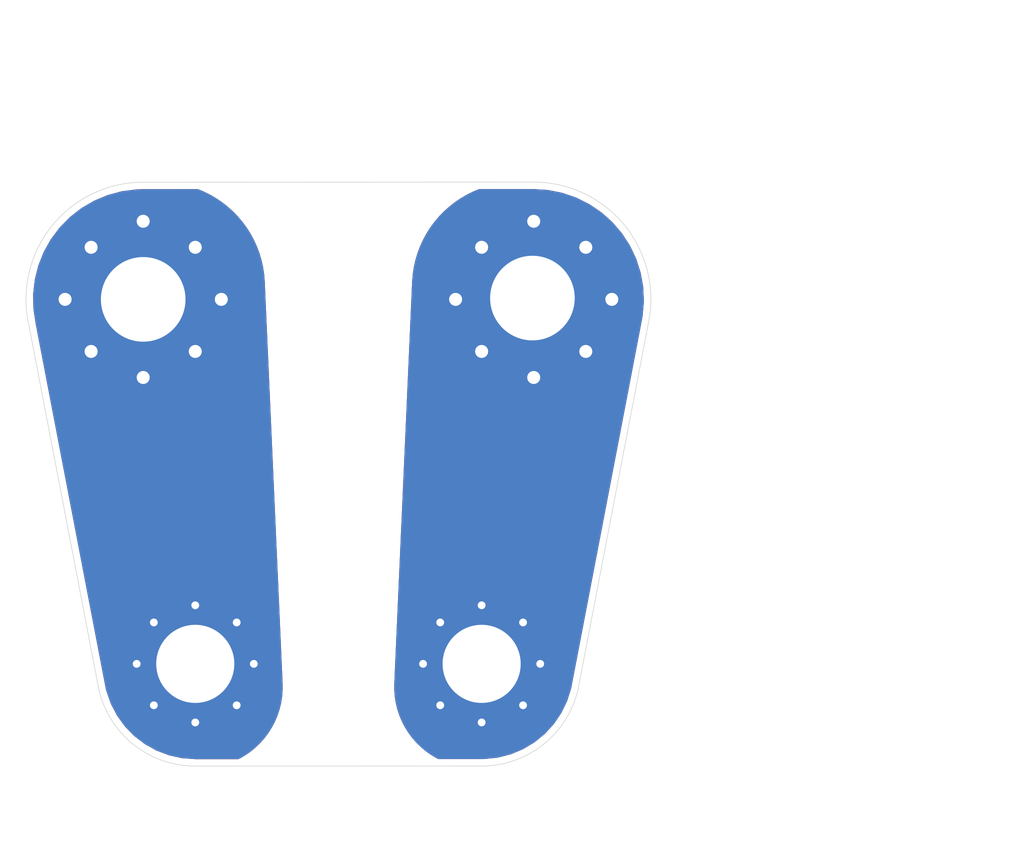
<source format=kicad_pcb>
(kicad_pcb (version 20171130) (host pcbnew 5.1.7-a382d34a8~88~ubuntu16.04.1)

  (general
    (thickness 1.6)
    (drawings 15)
    (tracks 16)
    (zones 0)
    (modules 4)
    (nets 3)
  )

  (page A4)
  (layers
    (0 F.Cu signal)
    (31 B.Cu signal)
    (32 B.Adhes user)
    (33 F.Adhes user)
    (34 B.Paste user)
    (35 F.Paste user)
    (36 B.SilkS user)
    (37 F.SilkS user)
    (38 B.Mask user)
    (39 F.Mask user)
    (40 Dwgs.User user)
    (41 Cmts.User user)
    (42 Eco1.User user)
    (43 Eco2.User user)
    (44 Edge.Cuts user)
    (45 Margin user)
    (46 B.CrtYd user hide)
    (47 F.CrtYd user hide)
    (48 B.Fab user hide)
    (49 F.Fab user hide)
  )

  (setup
    (last_trace_width 0.25)
    (trace_clearance 0.2)
    (zone_clearance 0.508)
    (zone_45_only no)
    (trace_min 0.2)
    (via_size 0.8)
    (via_drill 0.4)
    (via_min_size 0.4)
    (via_min_drill 0.3)
    (uvia_size 0.3)
    (uvia_drill 0.1)
    (uvias_allowed no)
    (uvia_min_size 0.2)
    (uvia_min_drill 0.1)
    (edge_width 0.05)
    (segment_width 0.2)
    (pcb_text_width 0.3)
    (pcb_text_size 1.5 1.5)
    (mod_edge_width 0.12)
    (mod_text_size 1 1)
    (mod_text_width 0.15)
    (pad_size 11 11)
    (pad_drill 6)
    (pad_to_mask_clearance 0)
    (aux_axis_origin 0 0)
    (visible_elements FFFFFF7F)
    (pcbplotparams
      (layerselection 0x010fc_ffffffff)
      (usegerberextensions false)
      (usegerberattributes true)
      (usegerberadvancedattributes true)
      (creategerberjobfile true)
      (excludeedgelayer true)
      (linewidth 0.100000)
      (plotframeref false)
      (viasonmask false)
      (mode 1)
      (useauxorigin false)
      (hpglpennumber 1)
      (hpglpenspeed 20)
      (hpglpendiameter 15.000000)
      (psnegative false)
      (psa4output false)
      (plotreference true)
      (plotvalue true)
      (plotinvisibletext false)
      (padsonsilk false)
      (subtractmaskfromsilk false)
      (outputformat 1)
      (mirror false)
      (drillshape 1)
      (scaleselection 1)
      (outputdirectory ""))
  )

  (net 0 "")
  (net 1 "Net-(J1-Pad1)")
  (net 2 "Net-(J2-Pad1)")

  (net_class Default "This is the default net class."
    (clearance 0.2)
    (trace_width 0.25)
    (via_dia 0.8)
    (via_drill 0.4)
    (uvia_dia 0.3)
    (uvia_drill 0.1)
    (add_net "Net-(J1-Pad1)")
    (add_net "Net-(J2-Pad1)")
  )

  (module MountingHole:MountingHole_6mm_Pad_Via (layer F.Cu) (tedit 613A5AAC) (tstamp 613BF538)
    (at 148 92 90)
    (descr "Mounting Hole 6mm")
    (tags "mounting hole 6mm")
    (path /617A1A4A)
    (attr virtual)
    (fp_text reference J4 (at 0 -7 90) (layer F.SilkS) hide
      (effects (font (size 1 1) (thickness 0.15)))
    )
    (fp_text value Conn_01x01_Female (at 0 7 90) (layer F.Fab)
      (effects (font (size 1 1) (thickness 0.15)))
    )
    (fp_text user %R (at 0.3 0 90) (layer F.Fab)
      (effects (font (size 1 1) (thickness 0.15)))
    )
    (fp_circle (center 0 0) (end 6 0) (layer Cmts.User) (width 0.15))
    (fp_circle (center 0 0) (end 6.25 0) (layer F.CrtYd) (width 0.05))
    (pad 1 thru_hole circle (at 3.181981 -3.181981 90) (size 0.9 0.9) (drill 0.6) (layers *.Cu *.Mask)
      (net 2 "Net-(J2-Pad1)"))
    (pad 1 thru_hole circle (at 0 -4.5 90) (size 0.9 0.9) (drill 0.6) (layers *.Cu *.Mask)
      (net 2 "Net-(J2-Pad1)"))
    (pad 1 thru_hole circle (at -3.181981 -3.181981 90) (size 0.9 0.9) (drill 0.6) (layers *.Cu *.Mask)
      (net 2 "Net-(J2-Pad1)"))
    (pad 1 thru_hole circle (at -4.5 0 90) (size 0.9 0.9) (drill 0.6) (layers *.Cu *.Mask)
      (net 2 "Net-(J2-Pad1)"))
    (pad 1 thru_hole circle (at -3.181981 3.181981 90) (size 0.9 0.9) (drill 0.6) (layers *.Cu *.Mask)
      (net 2 "Net-(J2-Pad1)"))
    (pad 1 thru_hole circle (at 0 4.5 90) (size 0.9 0.9) (drill 0.6) (layers *.Cu *.Mask)
      (net 2 "Net-(J2-Pad1)"))
    (pad 1 thru_hole circle (at 3.181981 3.181981 90) (size 0.9 0.9) (drill 0.6) (layers *.Cu *.Mask)
      (net 2 "Net-(J2-Pad1)"))
    (pad 1 thru_hole circle (at 4.5 0 90) (size 0.9 0.9) (drill 0.6) (layers *.Cu *.Mask)
      (net 2 "Net-(J2-Pad1)"))
    (pad 1 thru_hole circle (at 0 0 90) (size 11 11) (drill 6) (layers *.Cu *.Mask)
      (net 2 "Net-(J2-Pad1)"))
  )

  (module MountingHole:MountingHole_6mm_Pad_Via (layer F.Cu) (tedit 613A5AB5) (tstamp 613BF528)
    (at 126 92 90)
    (descr "Mounting Hole 6mm")
    (tags "mounting hole 6mm")
    (path /617A2272)
    (attr virtual)
    (fp_text reference J3 (at 0 -7 90) (layer F.SilkS) hide
      (effects (font (size 1 1) (thickness 0.15)))
    )
    (fp_text value Conn_01x01_Female (at 0 7 90) (layer F.Fab)
      (effects (font (size 1 1) (thickness 0.15)))
    )
    (fp_text user %R (at 0.3 0 90) (layer F.Fab)
      (effects (font (size 1 1) (thickness 0.15)))
    )
    (fp_circle (center 0 0) (end 6 0) (layer Cmts.User) (width 0.15))
    (fp_circle (center 0 0) (end 6.25 0) (layer F.CrtYd) (width 0.05))
    (pad 1 thru_hole circle (at 3.181981 -3.181981 90) (size 0.9 0.9) (drill 0.6) (layers *.Cu *.Mask)
      (net 1 "Net-(J1-Pad1)"))
    (pad 1 thru_hole circle (at 0 -4.5 90) (size 0.9 0.9) (drill 0.6) (layers *.Cu *.Mask)
      (net 1 "Net-(J1-Pad1)"))
    (pad 1 thru_hole circle (at -3.181981 -3.181981 90) (size 0.9 0.9) (drill 0.6) (layers *.Cu *.Mask)
      (net 1 "Net-(J1-Pad1)"))
    (pad 1 thru_hole circle (at -4.5 0 90) (size 0.9 0.9) (drill 0.6) (layers *.Cu *.Mask)
      (net 1 "Net-(J1-Pad1)"))
    (pad 1 thru_hole circle (at -3.181981 3.181981 90) (size 0.9 0.9) (drill 0.6) (layers *.Cu *.Mask)
      (net 1 "Net-(J1-Pad1)"))
    (pad 1 thru_hole circle (at 0 4.5 90) (size 0.9 0.9) (drill 0.6) (layers *.Cu *.Mask)
      (net 1 "Net-(J1-Pad1)"))
    (pad 1 thru_hole circle (at 3.181981 3.181981 90) (size 0.9 0.9) (drill 0.6) (layers *.Cu *.Mask)
      (net 1 "Net-(J1-Pad1)"))
    (pad 1 thru_hole circle (at 4.5 0 90) (size 0.9 0.9) (drill 0.6) (layers *.Cu *.Mask)
      (net 1 "Net-(J1-Pad1)"))
    (pad 1 thru_hole circle (at 0 0 90) (size 11 11) (drill 6) (layers *.Cu *.Mask)
      (net 1 "Net-(J1-Pad1)"))
  )

  (module Local:electronic_load_conn (layer F.Cu) (tedit 613A5883) (tstamp 613BF518)
    (at 152 64)
    (path /617A2BC0)
    (fp_text reference J2 (at 0 0.5) (layer F.SilkS) hide
      (effects (font (size 1 1) (thickness 0.15)))
    )
    (fp_text value Conn_01x01_Female (at 0 -0.5) (layer F.Fab) hide
      (effects (font (size 1 1) (thickness 0.15)))
    )
    (pad 1 thru_hole circle (at -0.1 -0.1) (size 16 16) (drill 6.5) (layers *.Cu *.Mask)
      (net 2 "Net-(J2-Pad1)"))
  )

  (module Local:electronic_load_conn (layer F.Cu) (tedit 613A5883) (tstamp 613BF513)
    (at 122.1 64.1)
    (path /617A325B)
    (fp_text reference J1 (at 0 0.5) (layer F.SilkS) hide
      (effects (font (size 1 1) (thickness 0.15)))
    )
    (fp_text value Conn_01x01_Female (at 0 -0.5) (layer F.Fab) hide
      (effects (font (size 1 1) (thickness 0.15)))
    )
    (pad 1 thru_hole circle (at -0.1 -0.1) (size 16 16) (drill 6.5) (layers *.Cu *.Mask)
      (net 1 "Net-(J1-Pad1)"))
  )

  (dimension 36 (width 0.15) (layer Dwgs.User)
    (gr_text "36.000 mm" (at 183.3 82 270) (layer Dwgs.User)
      (effects (font (size 1 1) (thickness 0.15)))
    )
    (feature1 (pts (xy 152 100) (xy 182.586421 100)))
    (feature2 (pts (xy 152 64) (xy 182.586421 64)))
    (crossbar (pts (xy 182 64) (xy 182 100)))
    (arrow1a (pts (xy 182 100) (xy 181.413579 98.873496)))
    (arrow1b (pts (xy 182 100) (xy 182.586421 98.873496)))
    (arrow2a (pts (xy 182 64) (xy 181.413579 65.126504)))
    (arrow2b (pts (xy 182 64) (xy 182.586421 65.126504)))
  )
  (dimension 44.85 (width 0.15) (layer Dwgs.User)
    (gr_text "44.850 mm" (at 188.3 77.425 270) (layer Dwgs.User)
      (effects (font (size 1 1) (thickness 0.15)))
    )
    (feature1 (pts (xy 137 99.85) (xy 187.586421 99.85)))
    (feature2 (pts (xy 137 55) (xy 187.586421 55)))
    (crossbar (pts (xy 187 55) (xy 187 99.85)))
    (arrow1a (pts (xy 187 99.85) (xy 186.413579 98.723496)))
    (arrow1b (pts (xy 187 99.85) (xy 187.586421 98.723496)))
    (arrow2a (pts (xy 187 55) (xy 186.413579 56.126504)))
    (arrow2b (pts (xy 187 55) (xy 187.586421 56.126504)))
  )
  (gr_line (start 122 55) (end 152.000002 54.99178) (layer Edge.Cuts) (width 0.05) (tstamp 613BF690))
  (gr_arc (start 152.000002 63.99178) (end 152.000002 54.99178) (angle 102.5288077) (layer Edge.Cuts) (width 0.05) (tstamp 613BF684))
  (gr_line (start 160.785686 65.944154) (end 155.400001 93.991779) (layer Edge.Cuts) (width 0.05) (tstamp 613BF687))
  (gr_arc (start 148.000002 92.24178) (end 155.400001 93.991779) (angle 76.69476349) (layer Edge.Cuts) (width 0.05) (tstamp 613BF681))
  (gr_line (start 137 99.85) (end 148.000001 99.84589) (layer Edge.Cuts) (width 0.05) (tstamp 613BF652))
  (gr_line (start 125.999999 99.85411) (end 137 99.85) (layer Edge.Cuts) (width 0.05))
  (gr_arc (start 126 92.25) (end 118.600001 93.999999) (angle -76.69476349) (layer Edge.Cuts) (width 0.05))
  (gr_line (start 113.214316 65.952374) (end 118.600001 93.999999) (layer Edge.Cuts) (width 0.05))
  (gr_arc (start 122 64) (end 122 55) (angle -102.5288077) (layer Edge.Cuts) (width 0.05))
  (gr_circle (center 122 64) (end 113 64) (layer Dwgs.User) (width 0.15))
  (gr_line (start 137 43) (end 137 106) (layer Dwgs.User) (width 0.05))
  (dimension 28 (width 0.15) (layer Dwgs.User)
    (gr_text "28.000 mm" (at 178.3 78 270) (layer Dwgs.User)
      (effects (font (size 1 1) (thickness 0.15)))
    )
    (feature1 (pts (xy 122 92) (xy 177.586421 92)))
    (feature2 (pts (xy 122 64) (xy 177.586421 64)))
    (crossbar (pts (xy 177 64) (xy 177 92)))
    (arrow1a (pts (xy 177 92) (xy 176.413579 90.873496)))
    (arrow1b (pts (xy 177 92) (xy 177.586421 90.873496)))
    (arrow2a (pts (xy 177 64) (xy 176.413579 65.126504)))
    (arrow2b (pts (xy 177 64) (xy 177.586421 65.126504)))
  )
  (dimension 30 (width 0.15) (layer Dwgs.User)
    (gr_text "30.000 mm" (at 137 41.7) (layer Dwgs.User)
      (effects (font (size 1 1) (thickness 0.15)))
    )
    (feature1 (pts (xy 152 64) (xy 152 42.413579)))
    (feature2 (pts (xy 122 64) (xy 122 42.413579)))
    (crossbar (pts (xy 122 43) (xy 152 43)))
    (arrow1a (pts (xy 152 43) (xy 150.873496 43.586421)))
    (arrow1b (pts (xy 152 43) (xy 150.873496 42.413579)))
    (arrow2a (pts (xy 122 43) (xy 123.126504 43.586421)))
    (arrow2b (pts (xy 122 43) (xy 123.126504 42.413579)))
  )

  (via (at 122 58) (size 2) (drill 1) (layers F.Cu B.Cu) (net 1))
  (via (at 128 64) (size 2) (drill 1) (layers F.Cu B.Cu) (net 1) (tstamp 613BF777))
  (via (at 116 64) (size 2) (drill 1) (layers F.Cu B.Cu) (net 1) (tstamp 613BF779))
  (via (at 122 70) (size 2) (drill 1) (layers F.Cu B.Cu) (net 1) (tstamp 613BF77B))
  (via (at 126 68) (size 2) (drill 1) (layers F.Cu B.Cu) (net 1) (tstamp 613BF77D))
  (via (at 126 60) (size 2) (drill 1) (layers F.Cu B.Cu) (net 1) (tstamp 613BF77F))
  (via (at 118 60) (size 2) (drill 1) (layers F.Cu B.Cu) (net 1) (tstamp 613BF781))
  (via (at 118 68) (size 2) (drill 1) (layers F.Cu B.Cu) (net 1) (tstamp 613BF783))
  (via (at 152 58) (size 2) (drill 1) (layers F.Cu B.Cu) (net 2) (tstamp 613BF785))
  (via (at 152 70) (size 2) (drill 1) (layers F.Cu B.Cu) (net 2) (tstamp 613BF788))
  (via (at 158 64) (size 2) (drill 1) (layers F.Cu B.Cu) (net 2) (tstamp 613BF78A))
  (via (at 146 64) (size 2) (drill 1) (layers F.Cu B.Cu) (net 2) (tstamp 613BF78C))
  (via (at 148 68) (size 2) (drill 1) (layers F.Cu B.Cu) (net 2) (tstamp 613BF78E))
  (via (at 148 60) (size 2) (drill 1) (layers F.Cu B.Cu) (net 2) (tstamp 613BF790))
  (via (at 156 60) (size 2) (drill 1) (layers F.Cu B.Cu) (net 2) (tstamp 613BF792))
  (via (at 156 68) (size 2) (drill 1) (layers F.Cu B.Cu) (net 2) (tstamp 613BF794))

  (zone (net 1) (net_name "Net-(J1-Pad1)") (layer F.Cu) (tstamp 0) (hatch edge 0.508)
    (connect_pads yes (clearance 0.508))
    (min_thickness 0.254)
    (fill yes (arc_segments 32) (thermal_gap 0.508) (thermal_bridge_width 0.508) (smoothing fillet) (radius 8))
    (polygon
      (pts
        (xy 133 100) (xy 120 100) (xy 111 55) (xy 131 55)
      )
    )
    (filled_polygon
      (pts
        (xy 126.5312 55.799446) (xy 127.02272 56.037469) (xy 127.496567 56.309) (xy 127.950434 56.612717) (xy 128.382167 56.947178)
        (xy 128.789654 57.310746) (xy 129.170983 57.701717) (xy 129.524275 58.118163) (xy 129.847853 58.55811) (xy 130.140145 59.019416)
        (xy 130.399757 59.49988) (xy 130.62544 59.997199) (xy 130.816102 60.50896) (xy 130.970822 61.032691) (xy 131.088866 61.565907)
        (xy 131.169662 62.106029) (xy 131.212992 62.652632) (xy 132.584407 93.509492) (xy 132.586402 94.003787) (xy 132.54871 94.494069)
        (xy 132.471591 94.979707) (xy 132.35554 95.457557) (xy 132.201319 95.924488) (xy 132.009938 96.37744) (xy 131.782632 96.81349)
        (xy 131.5209 97.229765) (xy 131.22643 97.623583) (xy 130.901149 97.992359) (xy 130.547177 98.333694) (xy 130.166829 98.645355)
        (xy 129.76258 98.925315) (xy 129.337051 99.171758) (xy 129.292667 99.19288) (xy 126.023794 99.194102) (xy 124.99783 99.11966)
        (xy 124.01664 98.903033) (xy 123.077009 98.547039) (xy 122.19861 98.059131) (xy 121.399845 97.449533) (xy 120.697438 96.731005)
        (xy 120.10612 95.918618) (xy 119.638266 95.029372) (xy 119.297613 94.064723) (xy 119.24443 93.856119) (xy 113.864804 65.840048)
        (xy 113.692288 64.716429) (xy 113.670515 63.611388) (xy 113.795081 62.513172) (xy 114.063797 61.441086) (xy 114.471947 60.413947)
        (xy 115.012355 59.449816) (xy 115.675529 58.565625) (xy 116.449818 57.776912) (xy 117.321609 57.097536) (xy 118.275608 56.539419)
        (xy 119.295037 56.112381) (xy 120.361982 55.823921) (xy 121.468794 55.677641) (xy 122.010867 55.659996) (xy 126.180827 55.658854)
      )
    )
  )
  (zone (net 2) (net_name "Net-(J2-Pad1)") (layer B.Cu) (tstamp 613BF7FA) (hatch edge 0.508)
    (connect_pads yes (clearance 0.508))
    (min_thickness 0.254)
    (fill yes (arc_segments 32) (thermal_gap 0.508) (thermal_bridge_width 0.508) (smoothing fillet) (radius 8))
    (polygon
      (pts
        (xy 141 100) (xy 154 100) (xy 163 55) (xy 143 55)
      )
    )
    (filled_polygon
      (pts
        (xy 153.102828 55.726484) (xy 154.186281 55.944947) (xy 155.231315 56.304781) (xy 156.21959 56.799672) (xy 157.133725 57.420917)
        (xy 157.957663 58.157603) (xy 158.676939 58.996797) (xy 159.278903 59.92374) (xy 159.752986 60.922156) (xy 160.090858 61.974504)
        (xy 160.28658 63.062286) (xy 160.336718 64.16641) (xy 160.239416 65.278594) (xy 160.137307 65.820839) (xy 154.759004 93.830026)
        (xy 154.454626 94.798026) (xy 154.018007 95.70302) (xy 153.455325 96.535499) (xy 152.778357 97.278037) (xy 152.00129 97.915073)
        (xy 151.140405 98.43326) (xy 150.213733 98.821746) (xy 149.240693 99.072392) (xy 148.223538 99.181898) (xy 147.994132 99.185892)
        (xy 144.695239 99.187125) (xy 144.662949 99.171758) (xy 144.23742 98.925315) (xy 143.833171 98.645355) (xy 143.452823 98.333694)
        (xy 143.098851 97.992359) (xy 142.77357 97.623583) (xy 142.4791 97.229765) (xy 142.217368 96.81349) (xy 141.990062 96.37744)
        (xy 141.798681 95.924488) (xy 141.64446 95.457557) (xy 141.528409 94.979707) (xy 141.45129 94.494069) (xy 141.413598 94.003787)
        (xy 141.415593 93.509492) (xy 142.787008 62.652632) (xy 142.830338 62.106029) (xy 142.911134 61.565907) (xy 143.029178 61.032691)
        (xy 143.183898 60.50896) (xy 143.37456 59.997199) (xy 143.600243 59.49988) (xy 143.859855 59.019416) (xy 144.152147 58.55811)
        (xy 144.475725 58.118163) (xy 144.829017 57.701717) (xy 145.210346 57.310746) (xy 145.617833 56.947178) (xy 146.049566 56.612717)
        (xy 146.503433 56.309) (xy 146.97728 56.037469) (xy 147.4688 55.799446) (xy 147.833957 55.652921) (xy 151.978196 55.651786)
      )
    )
  )
  (zone (net 1) (net_name "Net-(J1-Pad1)") (layer B.Cu) (tstamp 613BF81B) (hatch edge 0.508)
    (connect_pads yes (clearance 0.508))
    (min_thickness 0.254)
    (fill yes (arc_segments 32) (thermal_gap 0.508) (thermal_bridge_width 0.508) (smoothing fillet) (radius 8))
    (polygon
      (pts
        (xy 133 100) (xy 120 100) (xy 111 55) (xy 131 55)
      )
    )
    (filled_polygon
      (pts
        (xy 126.5312 55.799446) (xy 127.02272 56.037469) (xy 127.496567 56.309) (xy 127.950434 56.612717) (xy 128.382167 56.947178)
        (xy 128.789654 57.310746) (xy 129.170983 57.701717) (xy 129.524275 58.118163) (xy 129.847853 58.55811) (xy 130.140145 59.019416)
        (xy 130.399757 59.49988) (xy 130.62544 59.997199) (xy 130.816102 60.50896) (xy 130.970822 61.032691) (xy 131.088866 61.565907)
        (xy 131.169662 62.106029) (xy 131.212992 62.652632) (xy 132.584407 93.509492) (xy 132.586402 94.003787) (xy 132.54871 94.494069)
        (xy 132.471591 94.979707) (xy 132.35554 95.457557) (xy 132.201319 95.924488) (xy 132.009938 96.37744) (xy 131.782632 96.81349)
        (xy 131.5209 97.229765) (xy 131.22643 97.623583) (xy 130.901149 97.992359) (xy 130.547177 98.333694) (xy 130.166829 98.645355)
        (xy 129.76258 98.925315) (xy 129.337051 99.171758) (xy 129.292667 99.19288) (xy 126.023794 99.194102) (xy 124.99783 99.11966)
        (xy 124.01664 98.903033) (xy 123.077009 98.547039) (xy 122.19861 98.059131) (xy 121.399845 97.449533) (xy 120.697438 96.731005)
        (xy 120.10612 95.918618) (xy 119.638266 95.029372) (xy 119.297613 94.064723) (xy 119.24443 93.856119) (xy 113.864804 65.840048)
        (xy 113.692288 64.716429) (xy 113.670515 63.611388) (xy 113.795081 62.513172) (xy 114.063797 61.441086) (xy 114.471947 60.413947)
        (xy 115.012355 59.449816) (xy 115.675529 58.565625) (xy 116.449818 57.776912) (xy 117.321609 57.097536) (xy 118.275608 56.539419)
        (xy 119.295037 56.112381) (xy 120.361982 55.823921) (xy 121.468794 55.677641) (xy 122.010867 55.659996) (xy 126.180827 55.658854)
      )
    )
  )
  (zone (net 2) (net_name "Net-(J2-Pad1)") (layer F.Cu) (tstamp 613BF822) (hatch edge 0.508)
    (connect_pads yes (clearance 0.508))
    (min_thickness 0.254)
    (fill yes (arc_segments 32) (thermal_gap 0.508) (thermal_bridge_width 0.508) (smoothing fillet) (radius 8))
    (polygon
      (pts
        (xy 141 100) (xy 154 100) (xy 163 55) (xy 143 55)
      )
    )
    (filled_polygon
      (pts
        (xy 153.102828 55.726484) (xy 154.186281 55.944947) (xy 155.231315 56.304781) (xy 156.21959 56.799672) (xy 157.133725 57.420917)
        (xy 157.957663 58.157603) (xy 158.676939 58.996797) (xy 159.278903 59.92374) (xy 159.752986 60.922156) (xy 160.090858 61.974504)
        (xy 160.28658 63.062286) (xy 160.336718 64.16641) (xy 160.239416 65.278594) (xy 160.137307 65.820839) (xy 154.759004 93.830026)
        (xy 154.454626 94.798026) (xy 154.018007 95.70302) (xy 153.455325 96.535499) (xy 152.778357 97.278037) (xy 152.00129 97.915073)
        (xy 151.140405 98.43326) (xy 150.213733 98.821746) (xy 149.240693 99.072392) (xy 148.223538 99.181898) (xy 147.994132 99.185892)
        (xy 144.695239 99.187125) (xy 144.662949 99.171758) (xy 144.23742 98.925315) (xy 143.833171 98.645355) (xy 143.452823 98.333694)
        (xy 143.098851 97.992359) (xy 142.77357 97.623583) (xy 142.4791 97.229765) (xy 142.217368 96.81349) (xy 141.990062 96.37744)
        (xy 141.798681 95.924488) (xy 141.64446 95.457557) (xy 141.528409 94.979707) (xy 141.45129 94.494069) (xy 141.413598 94.003787)
        (xy 141.415593 93.509492) (xy 142.787008 62.652632) (xy 142.830338 62.106029) (xy 142.911134 61.565907) (xy 143.029178 61.032691)
        (xy 143.183898 60.50896) (xy 143.37456 59.997199) (xy 143.600243 59.49988) (xy 143.859855 59.019416) (xy 144.152147 58.55811)
        (xy 144.475725 58.118163) (xy 144.829017 57.701717) (xy 145.210346 57.310746) (xy 145.617833 56.947178) (xy 146.049566 56.612717)
        (xy 146.503433 56.309) (xy 146.97728 56.037469) (xy 147.4688 55.799446) (xy 147.833957 55.652921) (xy 151.978196 55.651786)
      )
    )
  )
)

</source>
